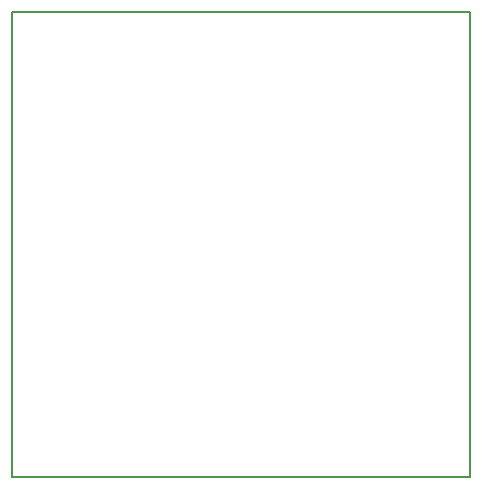
<source format=gbr>
G04 #@! TF.FileFunction,Profile,NP*
%FSLAX46Y46*%
G04 Gerber Fmt 4.6, Leading zero omitted, Abs format (unit mm)*
G04 Created by KiCad (PCBNEW 4.0.7) date 04/10/18 14:29:16*
%MOMM*%
%LPD*%
G01*
G04 APERTURE LIST*
%ADD10C,0.100000*%
%ADD11C,0.150000*%
G04 APERTURE END LIST*
D10*
D11*
X109220000Y-99060000D02*
X109220000Y-59690000D01*
X147955000Y-99060000D02*
X109220000Y-99060000D01*
X147955000Y-59690000D02*
X147955000Y-99060000D01*
X109220000Y-59690000D02*
X147955000Y-59690000D01*
M02*

</source>
